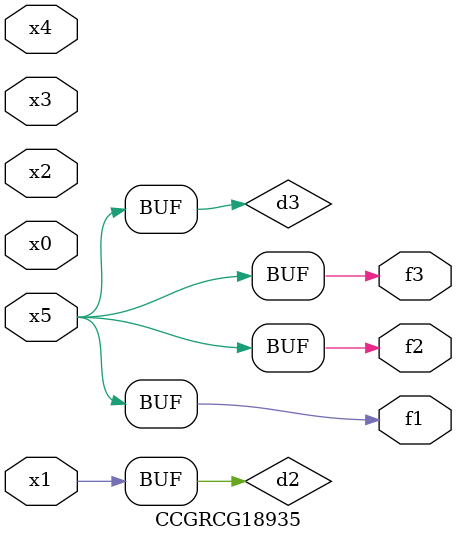
<source format=v>
module CCGRCG18935(
	input x0, x1, x2, x3, x4, x5,
	output f1, f2, f3
);

	wire d1, d2, d3;

	not (d1, x5);
	or (d2, x1);
	xnor (d3, d1);
	assign f1 = d3;
	assign f2 = d3;
	assign f3 = d3;
endmodule

</source>
